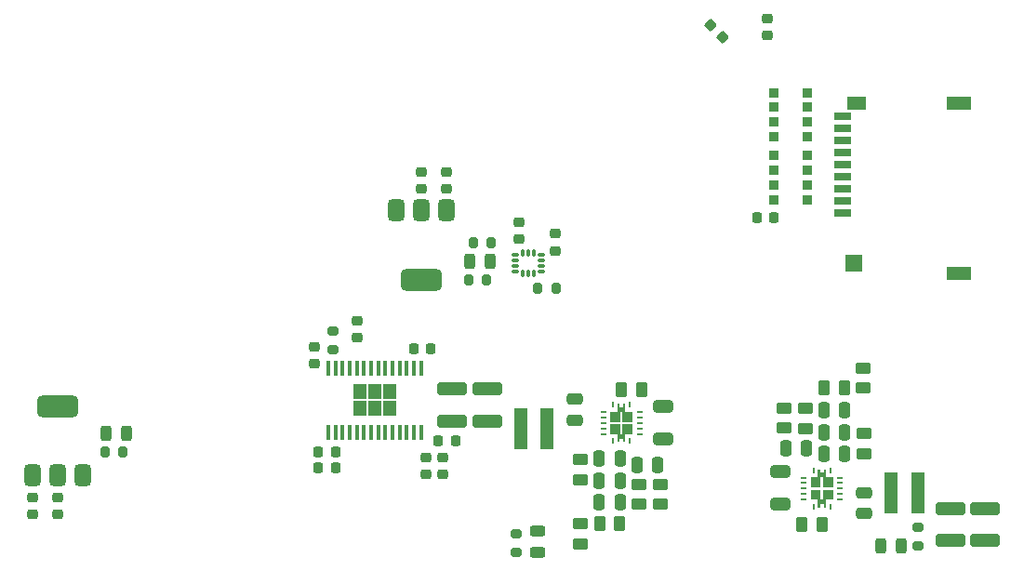
<source format=gbp>
%TF.GenerationSoftware,KiCad,Pcbnew,9.0.5*%
%TF.CreationDate,2026-01-21T19:05:33-06:00*%
%TF.ProjectId,Elysium_2026_ACB,456c7973-6975-46d5-9f32-3032365f4143,rev?*%
%TF.SameCoordinates,Original*%
%TF.FileFunction,Paste,Bot*%
%TF.FilePolarity,Positive*%
%FSLAX46Y46*%
G04 Gerber Fmt 4.6, Leading zero omitted, Abs format (unit mm)*
G04 Created by KiCad (PCBNEW 9.0.5) date 2026-01-21 19:05:33*
%MOMM*%
%LPD*%
G01*
G04 APERTURE LIST*
G04 Aperture macros list*
%AMRoundRect*
0 Rectangle with rounded corners*
0 $1 Rounding radius*
0 $2 $3 $4 $5 $6 $7 $8 $9 X,Y pos of 4 corners*
0 Add a 4 corners polygon primitive as box body*
4,1,4,$2,$3,$4,$5,$6,$7,$8,$9,$2,$3,0*
0 Add four circle primitives for the rounded corners*
1,1,$1+$1,$2,$3*
1,1,$1+$1,$4,$5*
1,1,$1+$1,$6,$7*
1,1,$1+$1,$8,$9*
0 Add four rect primitives between the rounded corners*
20,1,$1+$1,$2,$3,$4,$5,0*
20,1,$1+$1,$4,$5,$6,$7,0*
20,1,$1+$1,$6,$7,$8,$9,0*
20,1,$1+$1,$8,$9,$2,$3,0*%
G04 Aperture macros list end*
%ADD10C,0.000000*%
%ADD11R,0.900000X0.900000*%
%ADD12RoundRect,0.250000X0.250000X0.475000X-0.250000X0.475000X-0.250000X-0.475000X0.250000X-0.475000X0*%
%ADD13RoundRect,0.250000X-1.100000X0.325000X-1.100000X-0.325000X1.100000X-0.325000X1.100000X0.325000X0*%
%ADD14RoundRect,0.225000X0.225000X0.250000X-0.225000X0.250000X-0.225000X-0.250000X0.225000X-0.250000X0*%
%ADD15RoundRect,0.250000X0.450000X-0.262500X0.450000X0.262500X-0.450000X0.262500X-0.450000X-0.262500X0*%
%ADD16RoundRect,0.250000X-0.450000X0.262500X-0.450000X-0.262500X0.450000X-0.262500X0.450000X0.262500X0*%
%ADD17RoundRect,0.243750X-0.243750X-0.456250X0.243750X-0.456250X0.243750X0.456250X-0.243750X0.456250X0*%
%ADD18R,1.200000X3.800000*%
%ADD19RoundRect,0.225000X0.250000X-0.225000X0.250000X0.225000X-0.250000X0.225000X-0.250000X-0.225000X0*%
%ADD20RoundRect,0.200000X0.275000X-0.200000X0.275000X0.200000X-0.275000X0.200000X-0.275000X-0.200000X0*%
%ADD21RoundRect,0.200000X0.200000X0.275000X-0.200000X0.275000X-0.200000X-0.275000X0.200000X-0.275000X0*%
%ADD22RoundRect,0.250000X-0.250000X-0.475000X0.250000X-0.475000X0.250000X0.475000X-0.250000X0.475000X0*%
%ADD23RoundRect,0.250000X0.262500X0.450000X-0.262500X0.450000X-0.262500X-0.450000X0.262500X-0.450000X0*%
%ADD24O,0.240000X0.599999*%
%ADD25O,0.599999X0.240000*%
%ADD26RoundRect,0.250000X1.100000X-0.325000X1.100000X0.325000X-1.100000X0.325000X-1.100000X-0.325000X0*%
%ADD27R,0.355600X1.473200*%
%ADD28RoundRect,0.225000X-0.250000X0.225000X-0.250000X-0.225000X0.250000X-0.225000X0.250000X0.225000X0*%
%ADD29RoundRect,0.250000X-0.650000X0.325000X-0.650000X-0.325000X0.650000X-0.325000X0.650000X0.325000X0*%
%ADD30RoundRect,0.243750X-0.456250X0.243750X-0.456250X-0.243750X0.456250X-0.243750X0.456250X0.243750X0*%
%ADD31RoundRect,0.250000X0.475000X-0.250000X0.475000X0.250000X-0.475000X0.250000X-0.475000X-0.250000X0*%
%ADD32RoundRect,0.250000X-0.262500X-0.450000X0.262500X-0.450000X0.262500X0.450000X-0.262500X0.450000X0*%
%ADD33RoundRect,0.250000X0.650000X-0.325000X0.650000X0.325000X-0.650000X0.325000X-0.650000X-0.325000X0*%
%ADD34RoundRect,0.375000X-0.375000X0.625000X-0.375000X-0.625000X0.375000X-0.625000X0.375000X0.625000X0*%
%ADD35RoundRect,0.500000X-1.400000X0.500000X-1.400000X-0.500000X1.400000X-0.500000X1.400000X0.500000X0*%
%ADD36R,1.600000X0.700000*%
%ADD37R,1.800000X1.200000*%
%ADD38R,1.500000X1.600000*%
%ADD39R,2.200000X1.200000*%
%ADD40RoundRect,0.225000X0.335876X0.017678X0.017678X0.335876X-0.335876X-0.017678X-0.017678X-0.335876X0*%
%ADD41RoundRect,0.375000X0.375000X-0.625000X0.375000X0.625000X-0.375000X0.625000X-0.375000X-0.625000X0*%
%ADD42RoundRect,0.500000X1.400000X-0.500000X1.400000X0.500000X-1.400000X0.500000X-1.400000X-0.500000X0*%
%ADD43RoundRect,0.087500X-0.225000X-0.087500X0.225000X-0.087500X0.225000X0.087500X-0.225000X0.087500X0*%
%ADD44RoundRect,0.087500X-0.087500X-0.225000X0.087500X-0.225000X0.087500X0.225000X-0.087500X0.225000X0*%
%ADD45RoundRect,0.250000X-0.475000X0.250000X-0.475000X-0.250000X0.475000X-0.250000X0.475000X0.250000X0*%
%ADD46RoundRect,0.200000X-0.200000X-0.275000X0.200000X-0.275000X0.200000X0.275000X-0.200000X0.275000X0*%
G04 APERTURE END LIST*
D10*
%TO.C,U2*%
G36*
X167098314Y-91932111D02*
G01*
X166181313Y-91932111D01*
X166181313Y-91015110D01*
X167098314Y-91015110D01*
X167098314Y-91932111D01*
G37*
G36*
X167098314Y-93049112D02*
G01*
X166181313Y-93049112D01*
X166181313Y-92132111D01*
X167098314Y-92132111D01*
X167098314Y-93049112D01*
G37*
G36*
X168215315Y-91932111D02*
G01*
X167298314Y-91932111D01*
X167298314Y-91015110D01*
X168215315Y-91015110D01*
X168215315Y-91932111D01*
G37*
G36*
X168215315Y-93049112D02*
G01*
X167298314Y-93049112D01*
X167298314Y-92132111D01*
X168215315Y-92132111D01*
X168215315Y-93049112D01*
G37*
G36*
X167548313Y-91932111D02*
G01*
X167298314Y-91932111D01*
X167298314Y-91782111D01*
X167548313Y-91782111D01*
X167548313Y-91932111D01*
G37*
G36*
X167023313Y-90607110D02*
G01*
X167373315Y-90607110D01*
X167373315Y-90282112D01*
X167573315Y-90282112D01*
X167573315Y-91007112D01*
X166823313Y-91007112D01*
X166823313Y-90282112D01*
X167023313Y-90282112D01*
X167023313Y-90607110D01*
G37*
G36*
X167573315Y-93782110D02*
G01*
X167373315Y-93782110D01*
X167373315Y-93457112D01*
X167023313Y-93457112D01*
X167023313Y-93782110D01*
X166823313Y-93782110D01*
X166823313Y-93057110D01*
X167573315Y-93057110D01*
X167573315Y-93782110D01*
G37*
%TO.C,U10*%
G36*
X143976900Y-88496600D02*
G01*
X143976900Y-89846000D01*
X142830700Y-89846000D01*
X142830700Y-88496599D01*
X143976900Y-88496600D01*
G37*
G36*
X143976900Y-91395400D02*
G01*
X142830700Y-91395401D01*
X142830700Y-90046000D01*
X143976900Y-90046000D01*
X143976900Y-91395400D01*
G37*
G36*
X145323099Y-91395400D02*
G01*
X144176901Y-91395400D01*
X144176900Y-90046000D01*
X145323100Y-90046000D01*
X145323099Y-91395400D01*
G37*
G36*
X145323100Y-89846000D02*
G01*
X144176900Y-89846000D01*
X144176901Y-88496600D01*
X145323099Y-88496600D01*
X145323100Y-89846000D01*
G37*
G36*
X146669300Y-89846000D02*
G01*
X145523100Y-89846000D01*
X145523100Y-88496600D01*
X146669300Y-88496599D01*
X146669300Y-89846000D01*
G37*
G36*
X146669300Y-91395401D02*
G01*
X145523100Y-91395400D01*
X145523100Y-90046000D01*
X146669300Y-90046000D01*
X146669300Y-91395401D01*
G37*
%TO.C,U1*%
G36*
X185355789Y-98254959D02*
G01*
X185105790Y-98254959D01*
X185105790Y-98104959D01*
X185355789Y-98104959D01*
X185355789Y-98254959D01*
G37*
G36*
X185355789Y-97904959D02*
G01*
X184438788Y-97904959D01*
X184438788Y-96987958D01*
X185355789Y-96987958D01*
X185355789Y-97904959D01*
G37*
G36*
X185355789Y-99021960D02*
G01*
X184438788Y-99021960D01*
X184438788Y-98104959D01*
X185355789Y-98104959D01*
X185355789Y-99021960D01*
G37*
G36*
X186472790Y-97904959D02*
G01*
X185555789Y-97904959D01*
X185555789Y-96987958D01*
X186472790Y-96987958D01*
X186472790Y-97904959D01*
G37*
G36*
X186472790Y-99021960D02*
G01*
X185555789Y-99021960D01*
X185555789Y-98104959D01*
X186472790Y-98104959D01*
X186472790Y-99021960D01*
G37*
G36*
X185280788Y-96579958D02*
G01*
X185630790Y-96579958D01*
X185630790Y-96254960D01*
X185830790Y-96254960D01*
X185830790Y-96979960D01*
X185080788Y-96979960D01*
X185080788Y-96254960D01*
X185280788Y-96254960D01*
X185280788Y-96579958D01*
G37*
G36*
X185830790Y-99754958D02*
G01*
X185630790Y-99754958D01*
X185630790Y-99429960D01*
X185280788Y-99429960D01*
X185280788Y-99754958D01*
X185080788Y-99754958D01*
X185080788Y-99029958D01*
X185830790Y-99029958D01*
X185830790Y-99754958D01*
G37*
%TD*%
D11*
%TO.C,RN1*%
X181100000Y-71700000D03*
X181100000Y-70360000D03*
X181100000Y-69040000D03*
X181100000Y-67700000D03*
X184100000Y-67700000D03*
X184100000Y-69040000D03*
X184100000Y-70360000D03*
X184100000Y-71700000D03*
%TD*%
D12*
%TO.C,C10*%
X184080793Y-94304958D03*
X182180795Y-94304958D03*
%TD*%
D13*
%TO.C,C21*%
X154998396Y-88932192D03*
X154998396Y-91882194D03*
%TD*%
D14*
%TO.C,C1*%
X141175000Y-96141998D03*
X139625000Y-96141998D03*
%TD*%
D15*
%TO.C,R5*%
X183930790Y-92529960D03*
X183930790Y-90704960D03*
%TD*%
D16*
%TO.C,R10*%
X168823396Y-97632194D03*
X168823396Y-99457194D03*
%TD*%
%TO.C,R24*%
X189230791Y-87029958D03*
X189230791Y-88854958D03*
%TD*%
D11*
%TO.C,RN2*%
X181100000Y-65960000D03*
X181100000Y-64620000D03*
X181100000Y-63300000D03*
X181100000Y-61960000D03*
X184100000Y-61960000D03*
X184100000Y-63300000D03*
X184100000Y-64620000D03*
X184100000Y-65960000D03*
%TD*%
D17*
%TO.C,D1*%
X120275000Y-92975000D03*
X122150002Y-92975000D03*
%TD*%
D14*
%TO.C,C87*%
X181100000Y-73300000D03*
X179550000Y-73300000D03*
%TD*%
D18*
%TO.C,L3*%
X191718292Y-98404959D03*
X194168292Y-98404959D03*
%TD*%
D19*
%TO.C,C38*%
X139274999Y-86667000D03*
X139274999Y-85117000D03*
%TD*%
D20*
%TO.C,R12*%
X157639340Y-103798226D03*
X157639340Y-102148226D03*
%TD*%
D21*
%TO.C,R14*%
X121850000Y-94650000D03*
X120200000Y-94650000D03*
%TD*%
D22*
%TO.C,C8*%
X185631665Y-90867419D03*
X187531663Y-90867419D03*
%TD*%
D23*
%TO.C,R8*%
X169048396Y-88982194D03*
X167223396Y-88982194D03*
%TD*%
D21*
%TO.C,R15*%
X154925000Y-79000000D03*
X153275000Y-79000000D03*
%TD*%
D24*
%TO.C,U2*%
X167948396Y-90382112D03*
D25*
X168848313Y-91032192D03*
X168848313Y-91532191D03*
X168848313Y-92032192D03*
X168848313Y-92532191D03*
X168848313Y-93032193D03*
D24*
X167948396Y-93682110D03*
X166448394Y-93682110D03*
D25*
X165548315Y-93032193D03*
X165548315Y-92532191D03*
X165548315Y-92032192D03*
X165548315Y-91532191D03*
X165548315Y-91032192D03*
D24*
X166448394Y-90382112D03*
%TD*%
D22*
%TO.C,C6*%
X185618332Y-94867417D03*
X187518330Y-94867417D03*
%TD*%
D26*
%TO.C,C9*%
X197130631Y-102760037D03*
X197130631Y-99810035D03*
%TD*%
D19*
%TO.C,C14*%
X149000000Y-70750000D03*
X149000000Y-69200000D03*
%TD*%
D27*
%TO.C,U10*%
X148975000Y-92867000D03*
X148324999Y-92867000D03*
X147675000Y-92867000D03*
X147024999Y-92867000D03*
X146375001Y-92867000D03*
X145724998Y-92867000D03*
X145075001Y-92866999D03*
X144425002Y-92867000D03*
X143775002Y-92867000D03*
X143125002Y-92867000D03*
X142475001Y-92867000D03*
X141825002Y-92867000D03*
X141175001Y-92867000D03*
X140525002Y-92867000D03*
X140525000Y-87025000D03*
X141175001Y-87025000D03*
X141825000Y-87025000D03*
X142475001Y-87025000D03*
X143124999Y-87025000D03*
X143775002Y-87025000D03*
X144424999Y-87025001D03*
X145075001Y-87025001D03*
X145724998Y-87025000D03*
X146375001Y-87025000D03*
X147024999Y-87025000D03*
X147675000Y-87025000D03*
X148324999Y-87025000D03*
X148975000Y-87025000D03*
%TD*%
D14*
%TO.C,C37*%
X149875000Y-85242000D03*
X148325000Y-85242000D03*
%TD*%
D28*
%TO.C,C40*%
X157900000Y-73750000D03*
X157900000Y-75300000D03*
%TD*%
D20*
%TO.C,R16*%
X140949999Y-85341997D03*
X140949999Y-83691997D03*
%TD*%
D28*
%TO.C,C34*%
X150900000Y-95175000D03*
X150900000Y-96725000D03*
%TD*%
D19*
%TO.C,C39*%
X143150004Y-84279500D03*
X143150004Y-82729500D03*
%TD*%
D26*
%TO.C,C7*%
X200330793Y-102754955D03*
X200330793Y-99804953D03*
%TD*%
D29*
%TO.C,C12*%
X171023398Y-90557190D03*
X171023398Y-93507192D03*
%TD*%
D12*
%TO.C,C18*%
X167098396Y-97282193D03*
X165198398Y-97282193D03*
%TD*%
D24*
%TO.C,U1*%
X184705707Y-99654958D03*
D25*
X183805790Y-99004878D03*
X183805790Y-98504879D03*
X183805790Y-98004878D03*
X183805790Y-97504879D03*
X183805790Y-97004877D03*
D24*
X184705707Y-96354960D03*
X186205709Y-96354960D03*
D25*
X187105788Y-97004877D03*
X187105788Y-97504879D03*
X187105788Y-98004878D03*
X187105788Y-98504879D03*
X187105788Y-99004878D03*
D24*
X186205709Y-99654958D03*
%TD*%
D22*
%TO.C,C3*%
X185625000Y-92867420D03*
X187524998Y-92867420D03*
%TD*%
D20*
%TO.C,R13*%
X194200000Y-103225000D03*
X194200000Y-101575000D03*
%TD*%
D30*
%TO.C,D3*%
X159588853Y-101911228D03*
X159588853Y-103786230D03*
%TD*%
D19*
%TO.C,C13*%
X151300000Y-70750000D03*
X151300000Y-69200000D03*
%TD*%
D31*
%TO.C,C17*%
X162998397Y-91782191D03*
X162998397Y-89882193D03*
%TD*%
D19*
%TO.C,C41*%
X161200000Y-76350000D03*
X161200000Y-74800000D03*
%TD*%
D14*
%TO.C,C36*%
X152100000Y-93700000D03*
X150550000Y-93700000D03*
%TD*%
D32*
%TO.C,R23*%
X183630791Y-101254958D03*
X185455791Y-101254958D03*
%TD*%
D33*
%TO.C,C11*%
X181648395Y-99432196D03*
X181648395Y-96482194D03*
%TD*%
D34*
%TO.C,U7*%
X146700000Y-72700001D03*
X149000000Y-72700002D03*
D35*
X149000000Y-79000000D03*
D34*
X151300000Y-72700001D03*
%TD*%
D23*
%TO.C,R25*%
X187480831Y-88867418D03*
X185655831Y-88867418D03*
%TD*%
D28*
%TO.C,C5*%
X115909987Y-98785000D03*
X115909987Y-100335000D03*
%TD*%
D36*
%TO.C,J8*%
X187337500Y-72900000D03*
X187337500Y-71800000D03*
X187337500Y-70700000D03*
X187337500Y-69599999D03*
X187337500Y-68500000D03*
X187337499Y-67400000D03*
X187337500Y-66300000D03*
X187337499Y-65200000D03*
X187337500Y-64100000D03*
D37*
X188637500Y-62900000D03*
D38*
X188387500Y-77500000D03*
D39*
X197937500Y-62900000D03*
X197937500Y-78400000D03*
%TD*%
D40*
%TO.C,R27*%
X176450000Y-56900000D03*
X175353984Y-55803984D03*
%TD*%
D16*
%TO.C,R11*%
X170723399Y-97632192D03*
X170723399Y-99457192D03*
%TD*%
D28*
%TO.C,C4*%
X113609987Y-98785000D03*
X113609987Y-100335000D03*
%TD*%
D15*
%TO.C,R22*%
X182030791Y-92504959D03*
X182030791Y-90679959D03*
%TD*%
D19*
%TO.C,R28*%
X180500000Y-56750000D03*
X180500000Y-55200000D03*
%TD*%
D15*
%TO.C,R6*%
X163498398Y-103032194D03*
X163498398Y-101207194D03*
%TD*%
D13*
%TO.C,C20*%
X151748396Y-88932192D03*
X151748396Y-91882194D03*
%TD*%
D14*
%TO.C,C35*%
X141174998Y-94667000D03*
X139624998Y-94667000D03*
%TD*%
D41*
%TO.C,U6*%
X118209987Y-96785000D03*
X115909987Y-96784999D03*
D42*
X115909987Y-90485001D03*
D41*
X113609987Y-96785000D03*
%TD*%
D21*
%TO.C,R30*%
X155350000Y-75650000D03*
X153700000Y-75650000D03*
%TD*%
D32*
%TO.C,R7*%
X165223396Y-101207192D03*
X167048396Y-101207192D03*
%TD*%
D28*
%TO.C,C32*%
X149400001Y-95174999D03*
X149400001Y-96724999D03*
%TD*%
D17*
%TO.C,D4*%
X190825000Y-103225000D03*
X192700002Y-103225000D03*
%TD*%
D22*
%TO.C,C15*%
X168623397Y-95857191D03*
X170523395Y-95857191D03*
%TD*%
D17*
%TO.C,D2*%
X153374998Y-77325000D03*
X155250000Y-77325000D03*
%TD*%
D43*
%TO.C,U12*%
X157564999Y-78250000D03*
X157565000Y-77750000D03*
X157565000Y-77250000D03*
X157564999Y-76750000D03*
D44*
X158227501Y-76587500D03*
X158727500Y-76587500D03*
X159227499Y-76587500D03*
D43*
X159890001Y-76750000D03*
X159890000Y-77250000D03*
X159890000Y-77750000D03*
X159890001Y-78250000D03*
D44*
X159227499Y-78412500D03*
X158727500Y-78412500D03*
X158227501Y-78412500D03*
%TD*%
D45*
%TO.C,C2*%
X189330792Y-98404957D03*
X189330792Y-100304955D03*
%TD*%
D46*
%TO.C,R29*%
X159600000Y-79750000D03*
X161250000Y-79750000D03*
%TD*%
D12*
%TO.C,C19*%
X167098395Y-95282191D03*
X165198397Y-95282191D03*
%TD*%
D15*
%TO.C,R4*%
X189280790Y-94804956D03*
X189280790Y-92979956D03*
%TD*%
D12*
%TO.C,C16*%
X167098397Y-99257191D03*
X165198399Y-99257191D03*
%TD*%
D18*
%TO.C,L1*%
X160462500Y-92600000D03*
X158012500Y-92600000D03*
%TD*%
D16*
%TO.C,R9*%
X163498398Y-95382194D03*
X163498398Y-97207194D03*
%TD*%
M02*

</source>
